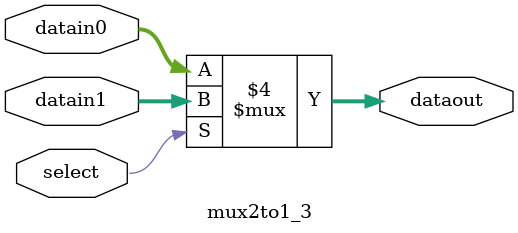
<source format=v>
module mux2to1_3(datain0,datain1, dataout, select);
input [31:0] datain0, datain1;
input select;
output [31:0] dataout; 
reg [31:0] dataout;
always @(datain0 or datain1 or select)
begin 
if (select == 0)
   dataout = datain0;
else
   dataout = datain1;
end 
endmodule
</source>
